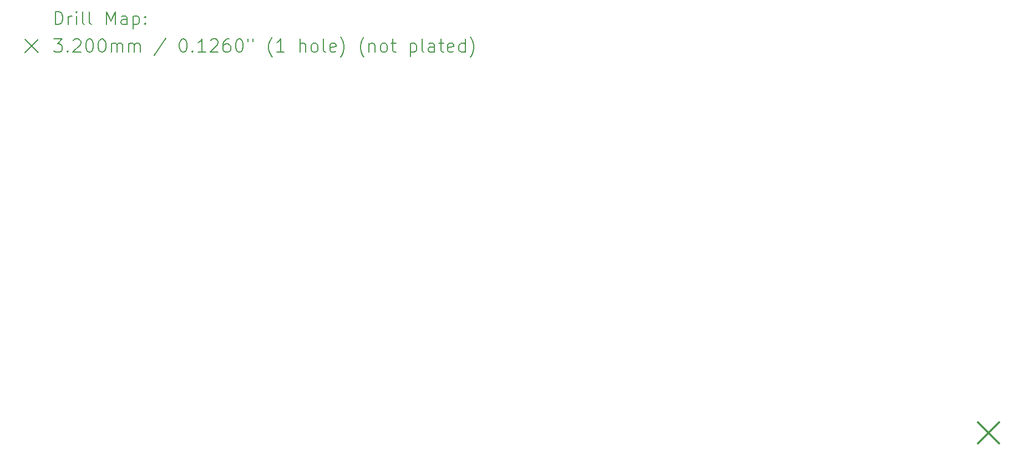
<source format=gbr>
%TF.GenerationSoftware,KiCad,Pcbnew,9.0.2-9.0.2-0~ubuntu24.04.1*%
%TF.CreationDate,2025-05-23T13:47:26-07:00*%
%TF.ProjectId,PMT_FPGA_PCB,504d545f-4650-4474-915f-5043422e6b69,rev?*%
%TF.SameCoordinates,Original*%
%TF.FileFunction,Drillmap*%
%TF.FilePolarity,Positive*%
%FSLAX45Y45*%
G04 Gerber Fmt 4.5, Leading zero omitted, Abs format (unit mm)*
G04 Created by KiCad (PCBNEW 9.0.2-9.0.2-0~ubuntu24.04.1) date 2025-05-23 13:47:26*
%MOMM*%
%LPD*%
G01*
G04 APERTURE LIST*
%ADD10C,0.200000*%
%ADD11C,0.320000*%
G04 APERTURE END LIST*
D10*
D11*
X14343400Y-6393200D02*
X14663400Y-6713200D01*
X14663400Y-6393200D02*
X14343400Y-6713200D01*
D10*
X260777Y-311484D02*
X260777Y-111484D01*
X260777Y-111484D02*
X308396Y-111484D01*
X308396Y-111484D02*
X336967Y-121008D01*
X336967Y-121008D02*
X356015Y-140055D01*
X356015Y-140055D02*
X365539Y-159103D01*
X365539Y-159103D02*
X375062Y-197198D01*
X375062Y-197198D02*
X375062Y-225769D01*
X375062Y-225769D02*
X365539Y-263865D01*
X365539Y-263865D02*
X356015Y-282912D01*
X356015Y-282912D02*
X336967Y-301960D01*
X336967Y-301960D02*
X308396Y-311484D01*
X308396Y-311484D02*
X260777Y-311484D01*
X460777Y-311484D02*
X460777Y-178150D01*
X460777Y-216246D02*
X470301Y-197198D01*
X470301Y-197198D02*
X479824Y-187674D01*
X479824Y-187674D02*
X498872Y-178150D01*
X498872Y-178150D02*
X517920Y-178150D01*
X584586Y-311484D02*
X584586Y-178150D01*
X584586Y-111484D02*
X575063Y-121008D01*
X575063Y-121008D02*
X584586Y-130531D01*
X584586Y-130531D02*
X594110Y-121008D01*
X594110Y-121008D02*
X584586Y-111484D01*
X584586Y-111484D02*
X584586Y-130531D01*
X708396Y-311484D02*
X689348Y-301960D01*
X689348Y-301960D02*
X679824Y-282912D01*
X679824Y-282912D02*
X679824Y-111484D01*
X813158Y-311484D02*
X794110Y-301960D01*
X794110Y-301960D02*
X784586Y-282912D01*
X784586Y-282912D02*
X784586Y-111484D01*
X1041729Y-311484D02*
X1041729Y-111484D01*
X1041729Y-111484D02*
X1108396Y-254341D01*
X1108396Y-254341D02*
X1175063Y-111484D01*
X1175063Y-111484D02*
X1175063Y-311484D01*
X1356015Y-311484D02*
X1356015Y-206722D01*
X1356015Y-206722D02*
X1346491Y-187674D01*
X1346491Y-187674D02*
X1327444Y-178150D01*
X1327444Y-178150D02*
X1289348Y-178150D01*
X1289348Y-178150D02*
X1270301Y-187674D01*
X1356015Y-301960D02*
X1336967Y-311484D01*
X1336967Y-311484D02*
X1289348Y-311484D01*
X1289348Y-311484D02*
X1270301Y-301960D01*
X1270301Y-301960D02*
X1260777Y-282912D01*
X1260777Y-282912D02*
X1260777Y-263865D01*
X1260777Y-263865D02*
X1270301Y-244817D01*
X1270301Y-244817D02*
X1289348Y-235293D01*
X1289348Y-235293D02*
X1336967Y-235293D01*
X1336967Y-235293D02*
X1356015Y-225769D01*
X1451253Y-178150D02*
X1451253Y-378150D01*
X1451253Y-187674D02*
X1470301Y-178150D01*
X1470301Y-178150D02*
X1508396Y-178150D01*
X1508396Y-178150D02*
X1527443Y-187674D01*
X1527443Y-187674D02*
X1536967Y-197198D01*
X1536967Y-197198D02*
X1546491Y-216246D01*
X1546491Y-216246D02*
X1546491Y-273389D01*
X1546491Y-273389D02*
X1536967Y-292436D01*
X1536967Y-292436D02*
X1527443Y-301960D01*
X1527443Y-301960D02*
X1508396Y-311484D01*
X1508396Y-311484D02*
X1470301Y-311484D01*
X1470301Y-311484D02*
X1451253Y-301960D01*
X1632205Y-292436D02*
X1641729Y-301960D01*
X1641729Y-301960D02*
X1632205Y-311484D01*
X1632205Y-311484D02*
X1622682Y-301960D01*
X1622682Y-301960D02*
X1632205Y-292436D01*
X1632205Y-292436D02*
X1632205Y-311484D01*
X1632205Y-187674D02*
X1641729Y-197198D01*
X1641729Y-197198D02*
X1632205Y-206722D01*
X1632205Y-206722D02*
X1622682Y-197198D01*
X1622682Y-197198D02*
X1632205Y-187674D01*
X1632205Y-187674D02*
X1632205Y-206722D01*
X-200000Y-540000D02*
X0Y-740000D01*
X0Y-540000D02*
X-200000Y-740000D01*
X241729Y-531484D02*
X365539Y-531484D01*
X365539Y-531484D02*
X298872Y-607674D01*
X298872Y-607674D02*
X327444Y-607674D01*
X327444Y-607674D02*
X346491Y-617198D01*
X346491Y-617198D02*
X356015Y-626722D01*
X356015Y-626722D02*
X365539Y-645770D01*
X365539Y-645770D02*
X365539Y-693389D01*
X365539Y-693389D02*
X356015Y-712436D01*
X356015Y-712436D02*
X346491Y-721960D01*
X346491Y-721960D02*
X327444Y-731484D01*
X327444Y-731484D02*
X270301Y-731484D01*
X270301Y-731484D02*
X251253Y-721960D01*
X251253Y-721960D02*
X241729Y-712436D01*
X451253Y-712436D02*
X460777Y-721960D01*
X460777Y-721960D02*
X451253Y-731484D01*
X451253Y-731484D02*
X441729Y-721960D01*
X441729Y-721960D02*
X451253Y-712436D01*
X451253Y-712436D02*
X451253Y-731484D01*
X536967Y-550531D02*
X546491Y-541008D01*
X546491Y-541008D02*
X565539Y-531484D01*
X565539Y-531484D02*
X613158Y-531484D01*
X613158Y-531484D02*
X632205Y-541008D01*
X632205Y-541008D02*
X641729Y-550531D01*
X641729Y-550531D02*
X651253Y-569579D01*
X651253Y-569579D02*
X651253Y-588627D01*
X651253Y-588627D02*
X641729Y-617198D01*
X641729Y-617198D02*
X527444Y-731484D01*
X527444Y-731484D02*
X651253Y-731484D01*
X775062Y-531484D02*
X794110Y-531484D01*
X794110Y-531484D02*
X813158Y-541008D01*
X813158Y-541008D02*
X822682Y-550531D01*
X822682Y-550531D02*
X832205Y-569579D01*
X832205Y-569579D02*
X841729Y-607674D01*
X841729Y-607674D02*
X841729Y-655293D01*
X841729Y-655293D02*
X832205Y-693389D01*
X832205Y-693389D02*
X822682Y-712436D01*
X822682Y-712436D02*
X813158Y-721960D01*
X813158Y-721960D02*
X794110Y-731484D01*
X794110Y-731484D02*
X775062Y-731484D01*
X775062Y-731484D02*
X756015Y-721960D01*
X756015Y-721960D02*
X746491Y-712436D01*
X746491Y-712436D02*
X736967Y-693389D01*
X736967Y-693389D02*
X727443Y-655293D01*
X727443Y-655293D02*
X727443Y-607674D01*
X727443Y-607674D02*
X736967Y-569579D01*
X736967Y-569579D02*
X746491Y-550531D01*
X746491Y-550531D02*
X756015Y-541008D01*
X756015Y-541008D02*
X775062Y-531484D01*
X965539Y-531484D02*
X984586Y-531484D01*
X984586Y-531484D02*
X1003634Y-541008D01*
X1003634Y-541008D02*
X1013158Y-550531D01*
X1013158Y-550531D02*
X1022682Y-569579D01*
X1022682Y-569579D02*
X1032205Y-607674D01*
X1032205Y-607674D02*
X1032205Y-655293D01*
X1032205Y-655293D02*
X1022682Y-693389D01*
X1022682Y-693389D02*
X1013158Y-712436D01*
X1013158Y-712436D02*
X1003634Y-721960D01*
X1003634Y-721960D02*
X984586Y-731484D01*
X984586Y-731484D02*
X965539Y-731484D01*
X965539Y-731484D02*
X946491Y-721960D01*
X946491Y-721960D02*
X936967Y-712436D01*
X936967Y-712436D02*
X927443Y-693389D01*
X927443Y-693389D02*
X917920Y-655293D01*
X917920Y-655293D02*
X917920Y-607674D01*
X917920Y-607674D02*
X927443Y-569579D01*
X927443Y-569579D02*
X936967Y-550531D01*
X936967Y-550531D02*
X946491Y-541008D01*
X946491Y-541008D02*
X965539Y-531484D01*
X1117920Y-731484D02*
X1117920Y-598150D01*
X1117920Y-617198D02*
X1127444Y-607674D01*
X1127444Y-607674D02*
X1146491Y-598150D01*
X1146491Y-598150D02*
X1175063Y-598150D01*
X1175063Y-598150D02*
X1194110Y-607674D01*
X1194110Y-607674D02*
X1203634Y-626722D01*
X1203634Y-626722D02*
X1203634Y-731484D01*
X1203634Y-626722D02*
X1213158Y-607674D01*
X1213158Y-607674D02*
X1232205Y-598150D01*
X1232205Y-598150D02*
X1260777Y-598150D01*
X1260777Y-598150D02*
X1279825Y-607674D01*
X1279825Y-607674D02*
X1289348Y-626722D01*
X1289348Y-626722D02*
X1289348Y-731484D01*
X1384586Y-731484D02*
X1384586Y-598150D01*
X1384586Y-617198D02*
X1394110Y-607674D01*
X1394110Y-607674D02*
X1413158Y-598150D01*
X1413158Y-598150D02*
X1441729Y-598150D01*
X1441729Y-598150D02*
X1460777Y-607674D01*
X1460777Y-607674D02*
X1470301Y-626722D01*
X1470301Y-626722D02*
X1470301Y-731484D01*
X1470301Y-626722D02*
X1479824Y-607674D01*
X1479824Y-607674D02*
X1498872Y-598150D01*
X1498872Y-598150D02*
X1527443Y-598150D01*
X1527443Y-598150D02*
X1546491Y-607674D01*
X1546491Y-607674D02*
X1556015Y-626722D01*
X1556015Y-626722D02*
X1556015Y-731484D01*
X1946491Y-521960D02*
X1775063Y-779103D01*
X2203634Y-531484D02*
X2222682Y-531484D01*
X2222682Y-531484D02*
X2241729Y-541008D01*
X2241729Y-541008D02*
X2251253Y-550531D01*
X2251253Y-550531D02*
X2260777Y-569579D01*
X2260777Y-569579D02*
X2270301Y-607674D01*
X2270301Y-607674D02*
X2270301Y-655293D01*
X2270301Y-655293D02*
X2260777Y-693389D01*
X2260777Y-693389D02*
X2251253Y-712436D01*
X2251253Y-712436D02*
X2241729Y-721960D01*
X2241729Y-721960D02*
X2222682Y-731484D01*
X2222682Y-731484D02*
X2203634Y-731484D01*
X2203634Y-731484D02*
X2184587Y-721960D01*
X2184587Y-721960D02*
X2175063Y-712436D01*
X2175063Y-712436D02*
X2165539Y-693389D01*
X2165539Y-693389D02*
X2156015Y-655293D01*
X2156015Y-655293D02*
X2156015Y-607674D01*
X2156015Y-607674D02*
X2165539Y-569579D01*
X2165539Y-569579D02*
X2175063Y-550531D01*
X2175063Y-550531D02*
X2184587Y-541008D01*
X2184587Y-541008D02*
X2203634Y-531484D01*
X2356015Y-712436D02*
X2365539Y-721960D01*
X2365539Y-721960D02*
X2356015Y-731484D01*
X2356015Y-731484D02*
X2346491Y-721960D01*
X2346491Y-721960D02*
X2356015Y-712436D01*
X2356015Y-712436D02*
X2356015Y-731484D01*
X2556015Y-731484D02*
X2441729Y-731484D01*
X2498872Y-731484D02*
X2498872Y-531484D01*
X2498872Y-531484D02*
X2479825Y-560055D01*
X2479825Y-560055D02*
X2460777Y-579103D01*
X2460777Y-579103D02*
X2441729Y-588627D01*
X2632206Y-550531D02*
X2641729Y-541008D01*
X2641729Y-541008D02*
X2660777Y-531484D01*
X2660777Y-531484D02*
X2708396Y-531484D01*
X2708396Y-531484D02*
X2727444Y-541008D01*
X2727444Y-541008D02*
X2736968Y-550531D01*
X2736968Y-550531D02*
X2746491Y-569579D01*
X2746491Y-569579D02*
X2746491Y-588627D01*
X2746491Y-588627D02*
X2736968Y-617198D01*
X2736968Y-617198D02*
X2622682Y-731484D01*
X2622682Y-731484D02*
X2746491Y-731484D01*
X2917920Y-531484D02*
X2879825Y-531484D01*
X2879825Y-531484D02*
X2860777Y-541008D01*
X2860777Y-541008D02*
X2851253Y-550531D01*
X2851253Y-550531D02*
X2832206Y-579103D01*
X2832206Y-579103D02*
X2822682Y-617198D01*
X2822682Y-617198D02*
X2822682Y-693389D01*
X2822682Y-693389D02*
X2832206Y-712436D01*
X2832206Y-712436D02*
X2841729Y-721960D01*
X2841729Y-721960D02*
X2860777Y-731484D01*
X2860777Y-731484D02*
X2898872Y-731484D01*
X2898872Y-731484D02*
X2917920Y-721960D01*
X2917920Y-721960D02*
X2927444Y-712436D01*
X2927444Y-712436D02*
X2936967Y-693389D01*
X2936967Y-693389D02*
X2936967Y-645770D01*
X2936967Y-645770D02*
X2927444Y-626722D01*
X2927444Y-626722D02*
X2917920Y-617198D01*
X2917920Y-617198D02*
X2898872Y-607674D01*
X2898872Y-607674D02*
X2860777Y-607674D01*
X2860777Y-607674D02*
X2841729Y-617198D01*
X2841729Y-617198D02*
X2832206Y-626722D01*
X2832206Y-626722D02*
X2822682Y-645770D01*
X3060777Y-531484D02*
X3079825Y-531484D01*
X3079825Y-531484D02*
X3098872Y-541008D01*
X3098872Y-541008D02*
X3108396Y-550531D01*
X3108396Y-550531D02*
X3117920Y-569579D01*
X3117920Y-569579D02*
X3127444Y-607674D01*
X3127444Y-607674D02*
X3127444Y-655293D01*
X3127444Y-655293D02*
X3117920Y-693389D01*
X3117920Y-693389D02*
X3108396Y-712436D01*
X3108396Y-712436D02*
X3098872Y-721960D01*
X3098872Y-721960D02*
X3079825Y-731484D01*
X3079825Y-731484D02*
X3060777Y-731484D01*
X3060777Y-731484D02*
X3041729Y-721960D01*
X3041729Y-721960D02*
X3032206Y-712436D01*
X3032206Y-712436D02*
X3022682Y-693389D01*
X3022682Y-693389D02*
X3013158Y-655293D01*
X3013158Y-655293D02*
X3013158Y-607674D01*
X3013158Y-607674D02*
X3022682Y-569579D01*
X3022682Y-569579D02*
X3032206Y-550531D01*
X3032206Y-550531D02*
X3041729Y-541008D01*
X3041729Y-541008D02*
X3060777Y-531484D01*
X3203634Y-531484D02*
X3203634Y-569579D01*
X3279825Y-531484D02*
X3279825Y-569579D01*
X3575063Y-807674D02*
X3565539Y-798150D01*
X3565539Y-798150D02*
X3546491Y-769579D01*
X3546491Y-769579D02*
X3536968Y-750531D01*
X3536968Y-750531D02*
X3527444Y-721960D01*
X3527444Y-721960D02*
X3517920Y-674341D01*
X3517920Y-674341D02*
X3517920Y-636246D01*
X3517920Y-636246D02*
X3527444Y-588627D01*
X3527444Y-588627D02*
X3536968Y-560055D01*
X3536968Y-560055D02*
X3546491Y-541008D01*
X3546491Y-541008D02*
X3565539Y-512436D01*
X3565539Y-512436D02*
X3575063Y-502912D01*
X3756015Y-731484D02*
X3641729Y-731484D01*
X3698872Y-731484D02*
X3698872Y-531484D01*
X3698872Y-531484D02*
X3679825Y-560055D01*
X3679825Y-560055D02*
X3660777Y-579103D01*
X3660777Y-579103D02*
X3641729Y-588627D01*
X3994110Y-731484D02*
X3994110Y-531484D01*
X4079825Y-731484D02*
X4079825Y-626722D01*
X4079825Y-626722D02*
X4070301Y-607674D01*
X4070301Y-607674D02*
X4051253Y-598150D01*
X4051253Y-598150D02*
X4022682Y-598150D01*
X4022682Y-598150D02*
X4003634Y-607674D01*
X4003634Y-607674D02*
X3994110Y-617198D01*
X4203634Y-731484D02*
X4184587Y-721960D01*
X4184587Y-721960D02*
X4175063Y-712436D01*
X4175063Y-712436D02*
X4165539Y-693389D01*
X4165539Y-693389D02*
X4165539Y-636246D01*
X4165539Y-636246D02*
X4175063Y-617198D01*
X4175063Y-617198D02*
X4184587Y-607674D01*
X4184587Y-607674D02*
X4203634Y-598150D01*
X4203634Y-598150D02*
X4232206Y-598150D01*
X4232206Y-598150D02*
X4251253Y-607674D01*
X4251253Y-607674D02*
X4260777Y-617198D01*
X4260777Y-617198D02*
X4270301Y-636246D01*
X4270301Y-636246D02*
X4270301Y-693389D01*
X4270301Y-693389D02*
X4260777Y-712436D01*
X4260777Y-712436D02*
X4251253Y-721960D01*
X4251253Y-721960D02*
X4232206Y-731484D01*
X4232206Y-731484D02*
X4203634Y-731484D01*
X4384587Y-731484D02*
X4365539Y-721960D01*
X4365539Y-721960D02*
X4356015Y-702912D01*
X4356015Y-702912D02*
X4356015Y-531484D01*
X4536968Y-721960D02*
X4517920Y-731484D01*
X4517920Y-731484D02*
X4479825Y-731484D01*
X4479825Y-731484D02*
X4460777Y-721960D01*
X4460777Y-721960D02*
X4451253Y-702912D01*
X4451253Y-702912D02*
X4451253Y-626722D01*
X4451253Y-626722D02*
X4460777Y-607674D01*
X4460777Y-607674D02*
X4479825Y-598150D01*
X4479825Y-598150D02*
X4517920Y-598150D01*
X4517920Y-598150D02*
X4536968Y-607674D01*
X4536968Y-607674D02*
X4546492Y-626722D01*
X4546492Y-626722D02*
X4546492Y-645770D01*
X4546492Y-645770D02*
X4451253Y-664817D01*
X4613158Y-807674D02*
X4622682Y-798150D01*
X4622682Y-798150D02*
X4641730Y-769579D01*
X4641730Y-769579D02*
X4651253Y-750531D01*
X4651253Y-750531D02*
X4660777Y-721960D01*
X4660777Y-721960D02*
X4670301Y-674341D01*
X4670301Y-674341D02*
X4670301Y-636246D01*
X4670301Y-636246D02*
X4660777Y-588627D01*
X4660777Y-588627D02*
X4651253Y-560055D01*
X4651253Y-560055D02*
X4641730Y-541008D01*
X4641730Y-541008D02*
X4622682Y-512436D01*
X4622682Y-512436D02*
X4613158Y-502912D01*
X4975063Y-807674D02*
X4965539Y-798150D01*
X4965539Y-798150D02*
X4946492Y-769579D01*
X4946492Y-769579D02*
X4936968Y-750531D01*
X4936968Y-750531D02*
X4927444Y-721960D01*
X4927444Y-721960D02*
X4917920Y-674341D01*
X4917920Y-674341D02*
X4917920Y-636246D01*
X4917920Y-636246D02*
X4927444Y-588627D01*
X4927444Y-588627D02*
X4936968Y-560055D01*
X4936968Y-560055D02*
X4946492Y-541008D01*
X4946492Y-541008D02*
X4965539Y-512436D01*
X4965539Y-512436D02*
X4975063Y-502912D01*
X5051253Y-598150D02*
X5051253Y-731484D01*
X5051253Y-617198D02*
X5060777Y-607674D01*
X5060777Y-607674D02*
X5079825Y-598150D01*
X5079825Y-598150D02*
X5108396Y-598150D01*
X5108396Y-598150D02*
X5127444Y-607674D01*
X5127444Y-607674D02*
X5136968Y-626722D01*
X5136968Y-626722D02*
X5136968Y-731484D01*
X5260777Y-731484D02*
X5241730Y-721960D01*
X5241730Y-721960D02*
X5232206Y-712436D01*
X5232206Y-712436D02*
X5222682Y-693389D01*
X5222682Y-693389D02*
X5222682Y-636246D01*
X5222682Y-636246D02*
X5232206Y-617198D01*
X5232206Y-617198D02*
X5241730Y-607674D01*
X5241730Y-607674D02*
X5260777Y-598150D01*
X5260777Y-598150D02*
X5289349Y-598150D01*
X5289349Y-598150D02*
X5308396Y-607674D01*
X5308396Y-607674D02*
X5317920Y-617198D01*
X5317920Y-617198D02*
X5327444Y-636246D01*
X5327444Y-636246D02*
X5327444Y-693389D01*
X5327444Y-693389D02*
X5317920Y-712436D01*
X5317920Y-712436D02*
X5308396Y-721960D01*
X5308396Y-721960D02*
X5289349Y-731484D01*
X5289349Y-731484D02*
X5260777Y-731484D01*
X5384587Y-598150D02*
X5460777Y-598150D01*
X5413158Y-531484D02*
X5413158Y-702912D01*
X5413158Y-702912D02*
X5422682Y-721960D01*
X5422682Y-721960D02*
X5441730Y-731484D01*
X5441730Y-731484D02*
X5460777Y-731484D01*
X5679825Y-598150D02*
X5679825Y-798150D01*
X5679825Y-607674D02*
X5698872Y-598150D01*
X5698872Y-598150D02*
X5736968Y-598150D01*
X5736968Y-598150D02*
X5756015Y-607674D01*
X5756015Y-607674D02*
X5765539Y-617198D01*
X5765539Y-617198D02*
X5775063Y-636246D01*
X5775063Y-636246D02*
X5775063Y-693389D01*
X5775063Y-693389D02*
X5765539Y-712436D01*
X5765539Y-712436D02*
X5756015Y-721960D01*
X5756015Y-721960D02*
X5736968Y-731484D01*
X5736968Y-731484D02*
X5698872Y-731484D01*
X5698872Y-731484D02*
X5679825Y-721960D01*
X5889349Y-731484D02*
X5870301Y-721960D01*
X5870301Y-721960D02*
X5860777Y-702912D01*
X5860777Y-702912D02*
X5860777Y-531484D01*
X6051253Y-731484D02*
X6051253Y-626722D01*
X6051253Y-626722D02*
X6041730Y-607674D01*
X6041730Y-607674D02*
X6022682Y-598150D01*
X6022682Y-598150D02*
X5984587Y-598150D01*
X5984587Y-598150D02*
X5965539Y-607674D01*
X6051253Y-721960D02*
X6032206Y-731484D01*
X6032206Y-731484D02*
X5984587Y-731484D01*
X5984587Y-731484D02*
X5965539Y-721960D01*
X5965539Y-721960D02*
X5956015Y-702912D01*
X5956015Y-702912D02*
X5956015Y-683865D01*
X5956015Y-683865D02*
X5965539Y-664817D01*
X5965539Y-664817D02*
X5984587Y-655293D01*
X5984587Y-655293D02*
X6032206Y-655293D01*
X6032206Y-655293D02*
X6051253Y-645770D01*
X6117920Y-598150D02*
X6194111Y-598150D01*
X6146492Y-531484D02*
X6146492Y-702912D01*
X6146492Y-702912D02*
X6156015Y-721960D01*
X6156015Y-721960D02*
X6175063Y-731484D01*
X6175063Y-731484D02*
X6194111Y-731484D01*
X6336968Y-721960D02*
X6317920Y-731484D01*
X6317920Y-731484D02*
X6279825Y-731484D01*
X6279825Y-731484D02*
X6260777Y-721960D01*
X6260777Y-721960D02*
X6251253Y-702912D01*
X6251253Y-702912D02*
X6251253Y-626722D01*
X6251253Y-626722D02*
X6260777Y-607674D01*
X6260777Y-607674D02*
X6279825Y-598150D01*
X6279825Y-598150D02*
X6317920Y-598150D01*
X6317920Y-598150D02*
X6336968Y-607674D01*
X6336968Y-607674D02*
X6346492Y-626722D01*
X6346492Y-626722D02*
X6346492Y-645770D01*
X6346492Y-645770D02*
X6251253Y-664817D01*
X6517920Y-731484D02*
X6517920Y-531484D01*
X6517920Y-721960D02*
X6498873Y-731484D01*
X6498873Y-731484D02*
X6460777Y-731484D01*
X6460777Y-731484D02*
X6441730Y-721960D01*
X6441730Y-721960D02*
X6432206Y-712436D01*
X6432206Y-712436D02*
X6422682Y-693389D01*
X6422682Y-693389D02*
X6422682Y-636246D01*
X6422682Y-636246D02*
X6432206Y-617198D01*
X6432206Y-617198D02*
X6441730Y-607674D01*
X6441730Y-607674D02*
X6460777Y-598150D01*
X6460777Y-598150D02*
X6498873Y-598150D01*
X6498873Y-598150D02*
X6517920Y-607674D01*
X6594111Y-807674D02*
X6603634Y-798150D01*
X6603634Y-798150D02*
X6622682Y-769579D01*
X6622682Y-769579D02*
X6632206Y-750531D01*
X6632206Y-750531D02*
X6641730Y-721960D01*
X6641730Y-721960D02*
X6651253Y-674341D01*
X6651253Y-674341D02*
X6651253Y-636246D01*
X6651253Y-636246D02*
X6641730Y-588627D01*
X6641730Y-588627D02*
X6632206Y-560055D01*
X6632206Y-560055D02*
X6622682Y-541008D01*
X6622682Y-541008D02*
X6603634Y-512436D01*
X6603634Y-512436D02*
X6594111Y-502912D01*
M02*

</source>
